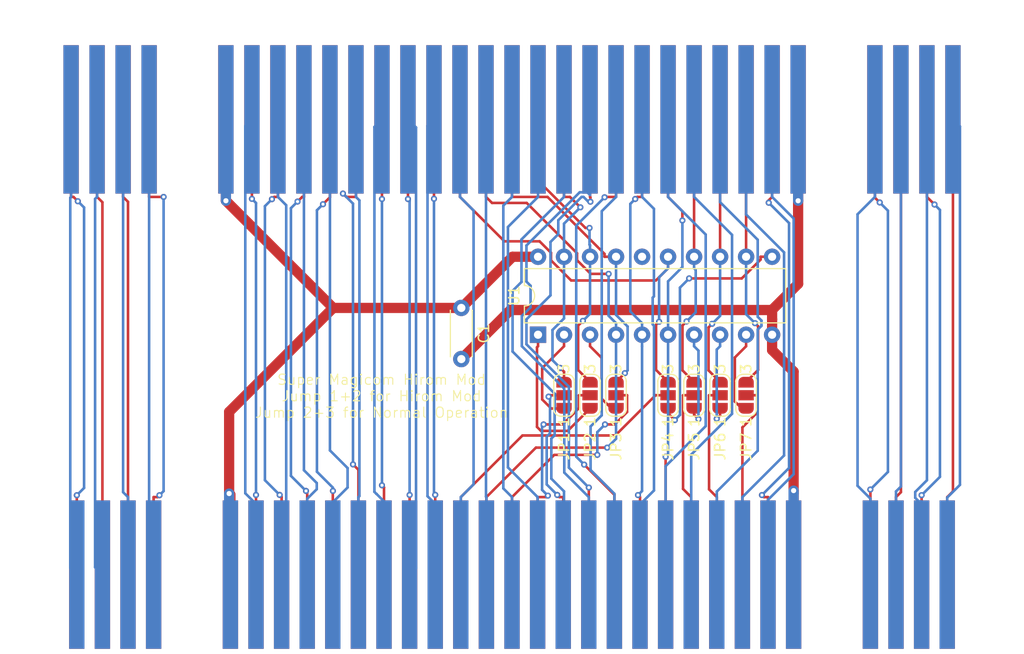
<source format=kicad_pcb>
(kicad_pcb (version 20240108) (generator "pcbnew") (generator_version "8.0")
  (layers (0 "F.Cu" signal) (31 "B.Cu" signal) (34 "B.Paste" user) (35 "F.Paste" user) (36 "B.SilkS" user "B.Silkscreen") (37 "F.SilkS" user "F.Silkscreen") (38 "B.Mask" user) (39 "F.Mask" user) (44 "Edge.Cuts" user))
  (net 0 "")
  (net 1 "/VCC")
  (net 2 "/SNES.BA6.GAL")
  (net 3 "/SNES.A13.GAL")
  (net 4 "/SNES.~{Cart}.GAL")
  (net 5 "/SNES.BA0")
  (net 6 "/SNES.A15.GAL")
  (net 7 "/SNES.A13.Sys")
  (net 8 "/SNES.BA4.GAL")
  (net 9 "/SNES.~{Cart}.Sys")
  (net 10 "/SNES.BA6")
  (net 11 "/SNES.A15")
  (net 12 "/SNES.BA5.GAL")
  (net 13 "/SNES.A14.GAL")
  (net 14 "/SNES.BA4")
  (net 15 "/SNES.BA7")
  (net 17 "/SNES.BA1")
  (net 18 "/GND")
  (net 19 "/SNES.A14.Sys")
  (net 20 "/SNES.BA5")
  (net 21 "/SNES.BA6.Mod")
  (net 22 "/SNES.BA5.Mod")
  (net 23 "/SNES.BA4.Mod")
  (net 24 "/SNES.A14.Mod")
  (net 25 "/SNES.A13.Mod")
  (net 26 "/SNES.~{Cart}.Mod")
  (net 27 "/SNES.A15.Mod")
  (net 28 "/SNES.~{WRAM}")
  (net 29 "/SNES.CIC.P6")
  (net 30 "/SNES.A6")
  (net 31 "/SNES.A4")
  (net 32 "/SNES.PA3")
  (net 33 "/SNES.Expand")
  (net 34 "/SNES.A7")
  (net 35 "/SNES.~{Read}")
  (net 36 "/SNES.D5")
  (net 37 "/SNES.PA0")
  (net 38 "/SNES.A0")
  (net 39 "/SNES.PA5")
  (net 40 "/SNES.A10")
  (net 41 "/SNES.A11")
  (net 42 "/SNES.Refresh")
  (net 43 "/SNES.~{RESET}")
  (net 44 "/SNES.D0")
  (net 45 "/SNES.BA2")
  (net 46 "/SNES.D1")
  (net 47 "/SNES.R_Audio")
  (net 48 "/SNES.L_Audio")
  (net 49 "/SNES.PA1")
  (net 50 "/SNES.A2")
  (net 51 "/SNES.D6")
  (net 52 "/SNES.~{Write}")
  (net 53 "/SNES.PA4")
  (net 54 "/SNES.PA2")
  (net 55 "/SNES.A1")
  (net 56 "/SNES.CIC.P1")
  (net 57 "/SNES.A12")
  (net 58 "/SNES.A5")
  (net 59 "/SNES.BA3")
  (net 60 "/SNES.~{PAWR}")
  (net 61 "/SNES.Clk")
  (net 62 "/SNES.CIC.P2")
  (net 63 "/SNES.~{PARD}")
  (net 64 "/SNES.CIC.P7")
  (net 65 "/SNES.CPU.Clk")
  (net 66 "/SNES.PA6")
  (net 67 "/SNES.~{IRQ}")
  (net 68 "/SNES.D2")
  (net 69 "/SNES.D7")
  (net 70 "/SNES.A3")
  (net 71 "/SNES.PA7")
  (net 72 "/SNES.A8")
  (net 73 "/SNES.D3")
  (net 74 "/SNES.D4")
  (net 75 "/SNES.A9")
  (footprint "Jumper:SolderJumper-3_P1.3mm_Open_RoundedPad1.0x1.5mm_NumberLabels" (layer "F.Cu") (at 163.8 105.23 90)
    (property "Reference" "JP5")
    (property "Value" "A15")
  )
  (footprint "Jumper:SolderJumper-3_P1.3mm_Open_RoundedPad1.0x1.5mm_NumberLabels" (layer "F.Cu") (at 151.1 105.23 90)
    (property "Reference" "JP1")
    (property "Value" "BA4")
  )
  (footprint "Jumper:SolderJumper-3_P1.3mm_Open_RoundedPad1.0x1.5mm_NumberLabels" (layer "F.Cu") (at 161.26 105.23 90)
    (property "Reference" "JP4")
    (property "Value" "CART")
  )
  (footprint "!SysCon:Bottom Connector" (layer "F.Cu") (at 146.02 122.76)
    (property "Reference" "J2" (hide yes))
    (property "Value" "~")
  )
  (footprint "!SysCon:Top Connector" (layer "F.Cu") (at 146.02 78.27)
    (property "Reference" "J1" (hide yes))
    (property "Value" "~")
  )
  (footprint "Package_DIP:DIP-20_W7.62mm" (layer "F.Cu") (at 148.56 99.315 90)
    (property "Reference" "U1")
    (property "Value" "GAL16V8")
  )
  (footprint "Jumper:SolderJumper-3_P1.3mm_Open_RoundedPad1.0x1.5mm_NumberLabels" (layer "F.Cu") (at 168.88 105.23 90)
    (property "Reference" "JP7")
    (property "Value" "A13")
  )
  (footprint "Jumper:SolderJumper-3_P1.3mm_Open_RoundedPad1.0x1.5mm_NumberLabels" (layer "F.Cu") (at 153.64 105.23 90)
    (property "Reference" "JP2")
    (property "Value" "BA5")
  )
  (footprint "Capacitor_THT:C_Disc_D4.3mm_W1.9mm_P5.00mm" (layer "F.Cu") (at 141.07 96.695 -90)
    (property "Reference" "C1")
    (property "Value" "100 nF")
  )
  (footprint "Jumper:SolderJumper-3_P1.3mm_Open_RoundedPad1.0x1.5mm_NumberLabels" (layer "F.Cu") (at 166.34 105.23 90)
    (property "Reference" "JP6")
    (property "Value" "A14")
  )
  (footprint "Jumper:SolderJumper-3_P1.3mm_Open_RoundedPad1.0x1.5mm_NumberLabels" (layer "F.Cu") (at 156.18 105.23 90)
    (property "Reference" "JP3")
    (property "Value" "BA6")
  )
  (gr_line (start 101.02 130.52) (end 113.47 130.52) (stroke (width 0.002)) (layer "Edge.Cuts"))
  (gr_line (start 101.02 130.52) (end 101.02 75.52) (stroke (width 0.002)) (layer "Edge.Cuts"))
  (gr_line (start 116.12 130.52) (end 116.12 115.52) (stroke (width 0.002)) (layer "Edge.Cuts"))
  (gr_line (start 113.47 130.52) (end 113.47 115.52) (stroke (width 0.002)) (layer "Edge.Cuts"))
  (gr_line (start 96.02 70.52) (end 196.02 70.52) (stroke (width 0.002)) (layer "Edge.Cuts"))
  (gr_line (start 96.02 75.52) (end 96.02 70.52) (stroke (width 0.002)) (layer "Edge.Cuts"))
  (gr_line (start 116.12 130.52) (end 175.92 130.52) (stroke (width 0.002)) (layer "Edge.Cuts"))
  (gr_line (start 113.47 115.52) (end 116.12 115.52) (stroke (width 0.002)) (layer "Edge.Cuts"))
  (gr_line (start 196.02 75.52) (end 191.02 75.52) (stroke (width 0.002)) (layer "Edge.Cuts"))
  (gr_line (start 178.57 130.52) (end 178.57 115.52) (stroke (width 0.002)) (layer "Edge.Cuts"))
  (gr_line (start 175.92 115.52) (end 178.57 115.52) (stroke (width 0.002)) (layer "Edge.Cuts"))
  (gr_line (start 191.02 130.52) (end 191.02 75.52) (stroke (width 0.002)) (layer "Edge.Cuts"))
  (gr_line (start 96.02 75.52) (end 101.02 75.52) (stroke (width 0.002)) (layer "Edge.Cuts"))
  (gr_line (start 196.02 75.52) (end 196.02 70.52) (stroke (width 0.002)) (layer "Edge.Cuts"))
  (gr_line (start 178.57 130.52) (end 191.02 130.52) (stroke (width 0.002)) (layer "Edge.Cuts"))
  (gr_line (start 175.92 130.52) (end 175.92 115.52) (stroke (width 0.002)) (layer "Edge.Cuts"))
  (gr_text "Super Magicom Hirom Mod\nJump 1+2 for Hirom Mod\nJump 2+3 for Normal Operation" (at 133.28 107.51 0) (layer "F.SilkS") (effects (font (size 1 1) (thickness 0.1)) (justify bottom)))
  (segment (start 128.5533 96.695) (end 141.07 96.695) (width 1) (layer "F.Cu") (net 1))
  (segment (start 148.56 91.695) (end 146.07 91.695) (width 1) (layer "F.Cu") (net 1))
  (segment (start 146.07 91.695) (end 141.07 96.695) (width 1) (layer "F.Cu") (net 1))
  (segment (start 118.08 78.27) (end 118.08 86.2217) (width 1) (layer "F.Cu") (net 1))
  (segment (start 118.52 114.9616) (end 118.3958 114.8374) (width 1) (layer "F.Cu") (net 1))
  (segment (start 118.3958 106.8525) (end 128.5533 96.695) (width 1) (layer "F.Cu") (net 1))
  (segment (start 118.52 122.76) (end 118.52 114.9616) (width 1) (layer "F.Cu") (net 1))
  (segment (start 118.08 86.2217) (end 128.5533 96.695) (width 1) (layer "F.Cu") (net 1))
  (segment (start 118.3958 114.8374) (end 118.3958 106.8525) (width 1) (layer "F.Cu") (net 1))
  (via (at 118.08 86.2217) (size 0.8) (drill 0.5) (layers "F.Cu" "B.Cu") (net 1))
  (via (at 118.3958 114.8374) (size 0.8) (drill 0.5) (layers "F.Cu" "B.Cu") (net 1))
  (segment (start 118.08 78.27) (end 118.08 86.2217) (width 1) (layer "B.Cu") (net 1))
  (segment (start 118.3958 122.6358) (end 118.3958 114.8374) (width 1) (layer "B.Cu") (net 1))
  (segment (start 118.52 122.76) (end 118.3958 122.6358) (width 1) (layer "B.Cu") (net 1))
  (segment (start 154.7667 101.5684) (end 153.64 100.4417) (width 0.25) (layer "F.Cu") (net 2))
  (segment (start 155.7409 106.53) (end 154.7667 105.5558) (width 0.25) (layer "F.Cu") (net 2))
  (segment (start 156.18 106.53) (end 155.7409 106.53) (width 0.25) (layer "F.Cu") (net 2))
  (segment (start 154.7667 105.5558) (end 154.7667 101.5684) (width 0.25) (layer "F.Cu") (net 2))
  (segment (start 153.64 99.315) (end 153.64 100.4417) (width 0.25) (layer "F.Cu") (net 2))
  (segment (start 167.7829 101.5388) (end 167.7829 105.8467) (width 0.25) (layer "F.Cu") (net 3))
  (segment (start 168.88 100.4417) (end 167.7829 101.5388) (width 0.25) (layer "F.Cu") (net 3))
  (segment (start 168.88 99.315) (end 168.88 100.4417) (width 0.25) (layer "F.Cu") (net 3))
  (segment (start 167.7829 105.8467) (end 168.4662 106.53) (width 0.25) (layer "F.Cu") (net 3))
  (segment (start 168.4662 106.53) (end 168.88 106.53) (width 0.25) (layer "F.Cu") (net 3))
  (segment (start 171.42 91.695) (end 170.2933 91.695) (width 0.25) (layer "F.Cu") (net 4))
  (segment (start 170.2933 91.9767) (end 168.4582 93.8118) (width 0.25) (layer "F.Cu") (net 4))
  (segment (start 170.2933 91.695) (end 170.2933 91.9767) (width 0.25) (layer "F.Cu") (net 4))
  (segment (start 161.26 106.9957) (end 161.9193 107.655) (width 0.25) (layer "F.Cu") (net 4))
  (segment (start 168.4582 93.8118) (end 163.3211 93.8118) (width 0.25) (layer "F.Cu") (net 4))
  (segment (start 161.26 106.53) (end 161.26 106.9957) (width 0.25) (layer "F.Cu") (net 4))
  (via (at 163.3211 93.8118) (size 0.6) (drill 0.3) (layers "F.Cu" "B.Cu") (net 4))
  (via (at 161.9193 107.655) (size 0.6) (drill 0.3) (layers "F.Cu" "B.Cu") (net 4))
  (segment (start 162.4199 94.713) (end 162.4199 107.1544) (width 0.25) (layer "B.Cu") (net 4))
  (segment (start 163.3211 93.8118) (end 162.4199 94.713) (width 0.25) (layer "B.Cu") (net 4))
  (segment (start 162.4199 107.1544) (end 161.9193 107.655) (width 0.25) (layer "B.Cu") (net 4))
  (segment (start 162.6586 87.2453) (end 162.6586 88.1477) (width 0.25) (layer "F.Cu") (net 5))
  (segment (start 161.26 85.8467) (end 162.6586 87.2453) (width 0.25) (layer "F.Cu") (net 5))
  (segment (start 161.26 78.27) (end 161.26 85.8467) (width 0.25) (layer "F.Cu") (net 5))
  (segment (start 161.02 122.76) (end 161.02 111.2434) (width 0.25) (layer "F.Cu") (net 5))
  (via (at 161.02 111.2434) (size 0.6) (drill 0.3) (layers "F.Cu" "B.Cu") (net 5))
  (via (at 162.6586 88.1477) (size 0.6) (drill 0.3) (layers "F.Cu" "B.Cu") (net 5))
  (segment (start 161.26 111.0034) (end 161.02 111.2434) (width 0.25) (layer "B.Cu") (net 5))
  (segment (start 161.26 99.315) (end 161.26 94.0997) (width 0.25) (layer "B.Cu") (net 5))
  (segment (start 162.6586 92.7011) (end 162.6586 88.1477) (width 0.25) (layer "B.Cu") (net 5))
  (segment (start 161.26 99.315) (end 161.26 111.0034) (width 0.25) (layer "B.Cu") (net 5))
  (segment (start 161.26 94.0997) (end 162.6586 92.7011) (width 0.25) (layer "B.Cu") (net 5))
  (segment (start 163.8 107.1277) (end 164.2283 107.556) (width 0.25) (layer "F.Cu") (net 6))
  (segment (start 163.8 106.53) (end 163.8 107.1277) (width 0.25) (layer "F.Cu") (net 6))
  (via (at 164.2283 107.556) (size 0.6) (drill 0.3) (layers "F.Cu" "B.Cu") (net 6))
  (segment (start 163.8 99.315) (end 163.8 100.4417) (width 0.25) (layer "B.Cu") (net 6))
  (segment (start 164.2283 100.87) (end 164.2283 107.556) (width 0.25) (layer "B.Cu") (net 6))
  (segment (start 163.8 100.4417) (end 164.2283 100.87) (width 0.25) (layer "B.Cu") (net 6))
  (segment (start 168.88 78.27) (end 168.88 91.695) (width 0.25) (layer "F.Cu") (net 7))
  (segment (start 170.0509 102.7591) (end 168.88 103.93) (width 0.25) (layer "F.Cu") (net 7))
  (segment (start 170.0509 98.4862) (end 170.0509 102.7591) (width 0.25) (layer "F.Cu") (net 7))
  (segment (start 169.7537 98.189) (end 170.0509 98.4862) (width 0.25) (layer "F.Cu") (net 7))
  (via (at 169.7537 98.189) (size 0.6) (drill 0.3) (layers "F.Cu" "B.Cu") (net 7))
  (segment (start 168.88 91.695) (end 168.88 97.3153) (width 0.25) (layer "B.Cu") (net 7))
  (segment (start 168.88 97.3153) (end 169.7537 98.189) (width 0.25) (layer "B.Cu") (net 7))
  (segment (start 151.1 100.4417) (end 148.9664 102.5753) (width 0.25) (layer "F.Cu") (net 8))
  (segment (start 149.8559 106.53) (end 151.1 106.53) (width 0.25) (layer "F.Cu") (net 8))
  (segment (start 148.9664 102.5753) (end 148.9664 105.6405) (width 0.25) (layer "F.Cu") (net 8))
  (segment (start 151.1 99.315) (end 151.1 100.4417) (width 0.25) (layer "F.Cu") (net 8))
  (segment (start 148.9664 105.6405) (end 149.8559 106.53) (width 0.25) (layer "F.Cu") (net 8))
  (segment (start 161.26 92.8217) (end 160.0683 94.0134) (width 0.25) (layer "F.Cu") (net 9))
  (segment (start 140.94 78.27) (end 140.94 85.8467) (width 0.25) (layer "F.Cu") (net 9))
  (segment (start 161.26 91.695) (end 161.26 92.8217) (width 0.25) (layer "F.Cu") (net 9))
  (segment (start 160.0683 94.0134) (end 151.7951 94.0134) (width 0.25) (layer "F.Cu") (net 9))
  (segment (start 148.7113 90.1853) (end 145.2786 90.1853) (width 0.25) (layer "F.Cu") (net 9))
  (segment (start 161.26 103.93) (end 160.0884 102.7584) (width 0.25) (layer "F.Cu") (net 9))
  (segment (start 160.0884 102.7584) (end 160.0884 98.3388) (width 0.25) (layer "F.Cu") (net 9))
  (segment (start 151.7951 94.0134) (end 149.83 92.0483) (width 0.25) (layer "F.Cu") (net 9))
  (segment (start 160.0884 98.3388) (end 160.3841 98.0431) (width 0.25) (layer "F.Cu") (net 9))
  (segment (start 149.83 91.304) (end 148.7113 90.1853) (width 0.25) (layer "F.Cu") (net 9))
  (segment (start 145.2786 90.1853) (end 140.94 85.8467) (width 0.25) (layer "F.Cu") (net 9))
  (segment (start 149.83 92.0483) (end 149.83 91.304) (width 0.25) (layer "F.Cu") (net 9))
  (via (at 160.3841 98.0431) (size 0.6) (drill 0.3) (layers "F.Cu" "B.Cu") (net 9))
  (segment (start 161.26 92.8217) (end 160.3841 93.6976) (width 0.25) (layer "B.Cu") (net 9))
  (segment (start 161.26 91.695) (end 161.26 92.8217) (width 0.25) (layer "B.Cu") (net 9))
  (segment (start 160.3841 93.6976) (end 160.3841 98.0431) (width 0.25) (layer "B.Cu") (net 9))
  (segment (start 156.18 91.695) (end 155.0533 91.695) (width 0.25) (layer "F.Cu") (net 10))
  (segment (start 155.0533 91.4133) (end 155.0533 91.695) (width 0.25) (layer "F.Cu") (net 10))
  (segment (start 149.4867 85.8467) (end 155.0533 91.4133) (width 0.25) (layer "F.Cu") (net 10))
  (segment (start 146.02 85.8467) (end 149.4867 85.8467) (width 0.25) (layer "F.Cu") (net 10))
  (segment (start 157.0378 103.0722) (end 156.18 103.93) (width 0.25) (layer "F.Cu") (net 10))
  (segment (start 146.02 78.27) (end 146.02 85.8467) (width 0.25) (layer "F.Cu") (net 10))
  (via (at 157.0378 103.0722) (size 0.6) (drill 0.3) (layers "F.Cu" "B.Cu") (net 10))
  (segment (start 157.3087 102.8013) (end 157.0378 103.0722) (width 0.25) (layer "B.Cu") (net 10))
  (segment (start 156.18 97.3797) (end 157.3087 98.5084) (width 0.25) (layer "B.Cu") (net 10))
  (segment (start 156.18 91.695) (end 156.18 92.8217) (width 0.25) (layer "B.Cu") (net 10))
  (segment (start 156.18 92.8217) (end 156.18 97.3797) (width 0.25) (layer "B.Cu") (net 10))
  (segment (start 157.3087 98.5084) (end 157.3087 102.8013) (width 0.25) (layer "B.Cu") (net 10))
  (segment (start 162.6693 98.4117) (end 162.6693 102.7993) (width 0.25) (layer "F.Cu") (net 11))
  (segment (start 163.0655 98.0155) (end 162.6693 98.4117) (width 0.25) (layer "F.Cu") (net 11))
  (segment (start 163.8 78.27) (end 163.8 91.695) (width 0.25) (layer "F.Cu") (net 11))
  (segment (start 162.6693 102.7993) (end 163.8 103.93) (width 0.25) (layer "F.Cu") (net 11))
  (via (at 163.0655 98.0155) (size 0.6) (drill 0.3) (layers "F.Cu" "B.Cu") (net 11))
  (segment (start 163.9603 97.1207) (end 163.0655 98.0155) (width 0.25) (layer "B.Cu") (net 11))
  (segment (start 163.8 92.8217) (end 163.9603 92.982) (width 0.25) (layer "B.Cu") (net 11))
  (segment (start 163.8 91.695) (end 163.8 92.8217) (width 0.25) (layer "B.Cu") (net 11))
  (segment (start 163.9603 92.982) (end 163.9603 97.1207) (width 0.25) (layer "B.Cu") (net 11))
  (segment (start 148.4598 108.3239) (end 148.4598 100.5419) (width 0.25) (layer "F.Cu") (net 12))
  (segment (start 153.64 106.53) (end 151.461 108.709) (width 0.25) (layer "F.Cu") (net 12))
  (segment (start 148.4598 100.5419) (end 148.56 100.4417) (width 0.25) (layer "F.Cu") (net 12))
  (segment (start 148.56 99.315) (end 148.56 100.4417) (width 0.25) (layer "F.Cu") (net 12))
  (segment (start 151.461 108.709) (end 148.8449 108.709) (width 0.25) (layer "F.Cu") (net 12))
  (segment (start 148.8449 108.709) (end 148.4598 108.3239) (width 0.25) (layer "F.Cu") (net 12))
  (segment (start 166.34 106.53) (end 166.34 107.2068) (width 0.25) (layer "F.Cu") (net 13))
  (segment (start 166.34 107.2068) (end 166.0122 107.5346) (width 0.25) (layer "F.Cu") (net 13))
  (via (at 166.0122 107.5346) (size 0.6) (drill 0.3) (layers "F.Cu" "B.Cu") (net 13))
  (segment (start 166.34 99.315) (end 166.34 100.4417) (width 0.25) (layer "B.Cu") (net 13))
  (segment (start 166.0122 100.7695) (end 166.0122 107.5346) (width 0.25) (layer "B.Cu") (net 13))
  (segment (start 166.34 100.4417) (end 166.0122 100.7695) (width 0.25) (layer "B.Cu") (net 13))
  (segment (start 151.1 85.8467) (end 151.6776 85.8467) (width 0.25) (layer "F.Cu") (net 14))
  (segment (start 151.1 78.27) (end 151.1 85.8467) (width 0.25) (layer "F.Cu") (net 14))
  (segment (start 150.7358 102.5635) (end 151.1 102.9277) (width 0.25) (layer "F.Cu") (net 14))
  (segment (start 151.1 102.9277) (end 151.1 103.93) (width 0.25) (layer "F.Cu") (net 14))
  (segment (start 151.6776 85.8467) (end 152.6946 86.8637) (width 0.25) (layer "F.Cu") (net 14))
  (via (at 150.7358 102.5635) (size 0.6) (drill 0.3) (layers "F.Cu" "B.Cu") (net 14))
  (via (at 152.6946 86.8637) (size 0.6) (drill 0.3) (layers "F.Cu" "B.Cu") (net 14))
  (segment (start 151.1 97.7215) (end 149.9733 98.8482) (width 0.25) (layer "B.Cu") (net 14))
  (segment (start 151.1 91.695) (end 151.1 88.4583) (width 0.25) (layer "B.Cu") (net 14))
  (segment (start 149.9733 101.801) (end 150.7358 102.5635) (width 0.25) (layer "B.Cu") (net 14))
  (segment (start 151.1 91.695) (end 151.1 97.7215) (width 0.25) (layer "B.Cu") (net 14))
  (segment (start 149.9733 98.8482) (end 149.9733 101.801) (width 0.25) (layer "B.Cu") (net 14))
  (segment (start 151.1 88.4583) (end 152.6946 86.8637) (width 0.25) (layer "B.Cu") (net 14))
  (segment (start 143.48 78.27) (end 143.48 85.8467) (width 0.25) (layer "F.Cu") (net 15))
  (segment (start 153.703 93.3665) (end 155.4523 93.3665) (width 0.25) (layer "F.Cu") (net 15))
  (segment (start 143.52 115.1833) (end 148.3551 110.3482) (width 0.25) (layer "F.Cu") (net 15))
  (segment (start 143.48 85.8467) (end 144.0677 86.4344) (width 0.25) (layer "F.Cu") (net 15))
  (segment (start 143.52 122.76) (end 143.52 115.1833) (width 0.25) (layer "F.Cu") (net 15))
  (segment (start 147.4538 86.4344) (end 152.37 91.3506) (width 0.25) (layer "F.Cu") (net 15))
  (segment (start 152.37 91.3506) (end 152.37 92.0335) (width 0.25) (layer "F.Cu") (net 15))
  (segment (start 144.0677 86.4344) (end 147.4538 86.4344) (width 0.25) (layer "F.Cu") (net 15))
  (segment (start 148.3551 110.3482) (end 155.3161 110.3482) (width 0.25) (layer "F.Cu") (net 15))
  (segment (start 152.37 92.0335) (end 153.703 93.3665) (width 0.25) (layer "F.Cu") (net 15))
  (via (at 155.3161 110.3482) (size 0.6) (drill 0.3) (layers "F.Cu" "B.Cu") (net 15))
  (via (at 155.4523 93.3665) (size 0.6) (drill 0.3) (layers "F.Cu" "B.Cu") (net 15))
  (segment (start 156.18 99.315) (end 156.18 109.4843) (width 0.25) (layer "B.Cu") (net 15))
  (segment (start 156.18 109.4843) (end 155.3161 110.3482) (width 0.25) (layer "B.Cu") (net 15))
  (segment (start 156.18 99.315) (end 156.18 98.1883) (width 0.25) (layer "B.Cu") (net 15))
  (segment (start 156.18 98.1883) (end 155.4523 97.4606) (width 0.25) (layer "B.Cu") (net 15))
  (segment (start 155.4523 97.4606) (end 155.4523 93.3665) (width 0.25) (layer "B.Cu") (net 15))
  (segment (start 158.2548 85.8467) (end 158.72 85.8467) (width 0.25) (layer "F.Cu") (net 17))
  (segment (start 158.72 78.27) (end 158.72 85.8467) (width 0.25) (layer "F.Cu") (net 17))
  (segment (start 158.52 122.76) (end 158.52 115.1833) (width 0.25) (layer "F.Cu") (net 17))
  (segment (start 158.52 115.1833) (end 158.3236 114.9869) (width 0.25) (layer "F.Cu") (net 17))
  (segment (start 158.0529 86.0486) (end 158.2548 85.8467) (width 0.25) (layer "F.Cu") (net 17))
  (via (at 158.3236 114.9869) (size 0.6) (drill 0.3) (layers "F.Cu" "B.Cu") (net 17))
  (via (at 158.0529 86.0486) (size 0.6) (drill 0.3) (layers "F.Cu" "B.Cu") (net 17))
  (segment (start 158.72 99.315) (end 158.72 98.1883) (width 0.25) (layer "B.Cu") (net 17))
  (segment (start 157.5734 97.0417) (end 157.5734 86.5281) (width 0.25) (layer "B.Cu") (net 17))
  (segment (start 157.5734 86.5281) (end 158.0529 86.0486) (width 0.25) (layer "B.Cu") (net 17))
  (segment (start 158.72 114.5905) (end 158.72 100.4417) (width 0.25) (layer "B.Cu") (net 17))
  (segment (start 158.3236 114.9869) (end 158.72 114.5905) (width 0.25) (layer "B.Cu") (net 17))
  (segment (start 158.72 99.8783) (end 158.72 99.315) (width 0.25) (layer "B.Cu") (net 17))
  (segment (start 158.72 98.1883) (end 157.5734 97.0417) (width 0.25) (layer "B.Cu") (net 17))
  (segment (start 158.72 99.8783) (end 158.72 100.4417) (width 0.25) (layer "B.Cu") (net 17))
  (segment (start 173.52 122.76) (end 173.52 114.5495) (width 1) (layer "F.Cu") (net 18))
  (segment (start 173.52 114.5495) (end 173.52 102.9167) (width 1) (layer "F.Cu") (net 18))
  (segment (start 171.42 99.315) (end 171.42 100.8167) (width 1) (layer "F.Cu") (net 18))
  (segment (start 173.96 82.2458) (end 173.96 86.2217) (width 1) (layer "F.Cu") (net 18))
  (segment (start 141.07 101.695) (end 145.8661 96.8989) (width 1) (layer "F.Cu") (net 18))
  (segment (start 173.96 78.27) (end 173.96 82.2458) (width 1) (layer "F.Cu") (net 18))
  (segment (start 171.42 99.315) (end 171.42 97.8133) (width 1) (layer "F.Cu") (net 18))
  (segment (start 171.42 96.9151) (end 171.42 97.8133) (width 1) (layer "F.Cu") (net 18))
  (segment (start 173.96 86.2217) (end 173.96 94.3427) (width 1) (layer "F.Cu") (net 18))
  (segment (start 145.8661 96.8989) (end 171.4038 96.8989) (width 1) (layer "F.Cu") (net 18))
  (segment (start 171.4038 96.8989) (end 171.42 96.9151) (width 1) (layer "F.Cu") (net 18))
  (segment (start 173.96 94.3427) (end 171.4038 96.8989) (width 1) (layer "F.Cu") (net 18))
  (segment (start 173.52 102.9167) (end 171.42 100.8167) (width 1) (layer "F.Cu") (net 18))
  (via (at 173.52 114.5495) (size 0.8) (drill 0.5) (layers "F.Cu" "B.Cu") (net 18))
  (via (at 173.96 86.2217) (size 0.8) (drill 0.5) (layers "F.Cu" "B.Cu") (net 18))
  (segment (start 173.52 114.8083) (end 173.52 114.5495) (width 1) (layer "B.Cu") (net 18))
  (segment (start 173.52 122.76) (end 173.52 114.8083) (width 1) (layer "B.Cu") (net 18))
  (segment (start 173.96 78.27) (end 173.96 86.2217) (width 1) (layer "B.Cu") (net 18))
  (segment (start 165.2133 98.5989) (end 165.5638 98.2484) (width 0.25) (layer "F.Cu") (net 19))
  (segment (start 165.2133 102.8033) (end 165.2133 98.5989) (width 0.25) (layer "F.Cu") (net 19))
  (segment (start 166.34 103.93) (end 165.2133 102.8033) (width 0.25) (layer "F.Cu") (net 19))
  (segment (start 166.34 78.27) (end 166.34 91.695) (width 0.25) (layer "F.Cu") (net 19))
  (via (at 165.5638 98.2484) (size 0.6) (drill 0.3) (layers "F.Cu" "B.Cu") (net 19))
  (segment (start 166.34 97.4722) (end 165.5638 98.2484) (width 0.25) (layer "B.Cu") (net 19))
  (segment (start 166.34 91.695) (end 166.34 97.4722) (width 0.25) (layer "B.Cu") (net 19))
  (segment (start 153.1892 88.8776) (end 153.5897 88.8776) (width 0.25) (layer "F.Cu") (net 20))
  (segment (start 152.4786 98.4249) (end 152.4786 102.7686) (width 0.25) (layer "F.Cu") (net 20))
  (segment (start 152.9458 97.9577) (end 152.4786 98.4249) (width 0.25) (layer "F.Cu") (net 20))
  (segment (start 148.56 78.27) (end 148.56 84.2484) (width 0.25) (layer "F.Cu") (net 20))
  (segment (start 152.4786 102.7686) (end 153.64 103.93) (width 0.25) (layer "F.Cu") (net 20))
  (segment (start 148.56 84.2484) (end 153.1892 88.8776) (width 0.25) (layer "F.Cu") (net 20))
  (via (at 152.9458 97.9577) (size 0.6) (drill 0.3) (layers "F.Cu" "B.Cu") (net 20))
  (via (at 153.5897 88.8776) (size 0.6) (drill 0.3) (layers "F.Cu" "B.Cu") (net 20))
  (segment (start 153.64 91.695) (end 153.64 90.5683) (width 0.25) (layer "B.Cu") (net 20))
  (segment (start 153.5897 88.8776) (end 153.5897 90.518) (width 0.25) (layer "B.Cu") (net 20))
  (segment (start 153.64 97.2635) (end 152.9458 97.9577) (width 0.25) (layer "B.Cu") (net 20))
  (segment (start 153.5897 90.518) (end 153.64 90.5683) (width 0.25) (layer "B.Cu") (net 20))
  (segment (start 153.64 91.695) (end 153.64 97.2635) (width 0.25) (layer "B.Cu") (net 20))
  (segment (start 150.1481 111.0552) (end 154.3479 111.0552) (width 0.25) (layer "F.Cu") (net 21))
  (segment (start 157.2567 106.8722) (end 156.0467 108.0822) (width 0.25) (layer "F.Cu") (net 21))
  (segment (start 156.18 105.23) (end 157.2567 105.23) (width 0.25) (layer "F.Cu") (net 21))
  (segment (start 156.0467 108.0822) (end 155.1017 108.0822) (width 0.25) (layer "F.Cu") (net 21))
  (segment (start 146.02 115.1833) (end 150.1481 111.0552) (width 0.25) (layer "F.Cu") (net 21))
  (segment (start 146.02 122.76) (end 146.02 115.1833) (width 0.25) (layer "F.Cu") (net 21))
  (segment (start 157.2567 105.23) (end 157.2567 106.8722) (width 0.25) (layer "F.Cu") (net 21))
  (via (at 155.1017 108.0822) (size 0.6) (drill 0.3) (layers "F.Cu" "B.Cu") (net 21))
  (via (at 154.3479 111.0552) (size 0.6) (drill 0.3) (layers "F.Cu" "B.Cu") (net 21))
  (segment (start 154.3479 111.0552) (end 154.3479 108.836) (width 0.25) (layer "B.Cu") (net 21))
  (segment (start 154.3479 108.836) (end 155.1017 108.0822) (width 0.25) (layer "B.Cu") (net 21))
  (segment (start 150.971 108.0822) (end 149.1043 108.0822) (width 0.25) (layer "F.Cu") (net 22))
  (segment (start 148.52 122.76) (end 148.52 115.1833) (width 0.25) (layer "F.Cu") (net 22))
  (segment (start 152.5633 106.4899) (end 150.971 108.0822) (width 0.25) (layer "F.Cu") (net 22))
  (segment (start 153.64 105.23) (end 152.5633 105.23) (width 0.25) (layer "F.Cu") (net 22))
  (segment (start 148.52 115.1833) (end 149.3757 115.1833) (width 0.25) (layer "F.Cu") (net 22))
  (segment (start 152.5633 105.23) (end 152.5633 106.4899) (width 0.25) (layer "F.Cu") (net 22))
  (segment (start 149.3757 115.1833) (end 149.5187 115.0403) (width 0.25) (layer "F.Cu") (net 22))
  (via (at 149.5187 115.0403) (size 0.6) (drill 0.3) (layers "F.Cu" "B.Cu") (net 22))
  (via (at 149.1043 108.0822) (size 0.6) (drill 0.3) (layers "F.Cu" "B.Cu") (net 22))
  (segment (start 149.1043 108.0822) (end 148.9569 108.2296) (width 0.25) (layer "B.Cu") (net 22))
  (segment (start 148.9569 108.2296) (end 148.9569 114.4785) (width 0.25) (layer "B.Cu") (net 22))
  (segment (start 148.9569 114.4785) (end 149.5187 115.0403) (width 0.25) (layer "B.Cu") (net 22))
  (segment (start 150.6482 115.1833) (end 150.4392 114.9743) (width 0.25) (layer "F.Cu") (net 23))
  (segment (start 151.1 105.23) (end 150.0233 105.23) (width 0.25) (layer "F.Cu") (net 23))
  (segment (start 151.02 122.76) (end 151.02 115.1833) (width 0.25) (layer "F.Cu") (net 23))
  (segment (start 151.02 115.1833) (end 150.6482 115.1833) (width 0.25) (layer "F.Cu") (net 23))
  (segment (start 149.7269 105.23) (end 149.5932 105.3637) (width 0.25) (layer "F.Cu") (net 23))
  (segment (start 150.0233 105.23) (end 149.7269 105.23) (width 0.25) (layer "F.Cu") (net 23))
  (via (at 149.5932 105.3637) (size 0.6) (drill 0.3) (layers "F.Cu" "B.Cu") (net 23))
  (via (at 150.4392 114.9743) (size 0.6) (drill 0.3) (layers "F.Cu" "B.Cu") (net 23))
  (segment (start 149.4086 113.9437) (end 149.4086 109.2749) (width 0.25) (layer "B.Cu") (net 23))
  (segment (start 150.4392 114.9743) (end 149.4086 113.9437) (width 0.25) (layer "B.Cu") (net 23))
  (segment (start 149.4086 109.2749) (end 149.7311 108.9524) (width 0.25) (layer "B.Cu") (net 23))
  (segment (start 149.7311 108.9524) (end 149.7311 105.5016) (width 0.25) (layer "B.Cu") (net 23))
  (segment (start 149.7311 105.5016) (end 149.5932 105.3637) (width 0.25) (layer "B.Cu") (net 23))
  (segment (start 166.02 122.76) (end 166.02 115.1833) (width 0.25) (layer "F.Cu") (net 24))
  (segment (start 166.02 115.1833) (end 165.2633 114.4266) (width 0.25) (layer "F.Cu") (net 24))
  (segment (start 166.34 105.23) (end 165.2633 105.23) (width 0.25) (layer "F.Cu") (net 24))
  (segment (start 165.2633 114.4266) (end 165.2633 105.23) (width 0.25) (layer "F.Cu") (net 24))
  (segment (start 168.52 108.3657) (end 169.9567 106.929) (width 0.25) (layer "F.Cu") (net 25))
  (segment (start 168.52 122.76) (end 168.52 108.3657) (width 0.25) (layer "F.Cu") (net 25))
  (segment (start 168.88 105.23) (end 169.9567 105.23) (width 0.25) (layer "F.Cu") (net 25))
  (segment (start 169.9567 106.929) (end 169.9567 105.23) (width 0.25) (layer "F.Cu") (net 25))
  (segment (start 161.26 105.23) (end 160.0387 105.23) (width 0.25) (layer "F.Cu") (net 26))
  (segment (start 160.0387 105.23) (end 156.108 109.1607) (width 0.25) (layer "F.Cu") (net 26))
  (segment (start 147.0426 109.1607) (end 141.02 115.1833) (width 0.25) (layer "F.Cu") (net 26))
  (segment (start 141.02 122.76) (end 141.02 115.1833) (width 0.25) (layer "F.Cu") (net 26))
  (segment (start 156.108 109.1607) (end 147.0426 109.1607) (width 0.25) (layer "F.Cu") (net 26))
  (segment (start 162.7233 114.3866) (end 162.7233 105.23) (width 0.25) (layer "F.Cu") (net 27))
  (segment (start 163.52 115.1833) (end 162.7233 114.3866) (width 0.25) (layer "F.Cu") (net 27))
  (segment (start 163.52 122.76) (end 163.52 115.1833) (width 0.25) (layer "F.Cu") (net 27))
  (segment (start 163.8 105.23) (end 162.7233 105.23) (width 0.25) (layer "F.Cu") (net 27))
  (segment (start 189.08 114.6233) (end 188.52 115.1833) (width 0.25) (layer "F.Cu") (net 28))
  (segment (start 189.08 78.27) (end 189.08 114.6233) (width 0.25) (layer "F.Cu") (net 28))
  (segment (start 188.52 122.76) (end 188.52 115.1833) (width 0.25) (layer "F.Cu") (net 28))
  (segment (start 123.52 115.1609) (end 123.33 114.9709) (width 0.25) (layer "F.Cu") (net 29))
  (segment (start 123.52 122.76) (end 123.52 115.1609) (width 0.25) (layer "F.Cu") (net 29))
  (segment (start 122.57513 86.067046) (end 122.795476 85.8467) (width 0.25) (layer "F.Cu") (net 29))
  (segment (start 122.795476 85.8467) (end 123.16 85.8467) (width 0.25) (layer "F.Cu") (net 29))
  (segment (start 123.16 85.8467) (end 123.16 78.27) (width 0.25) (layer "F.Cu") (net 29))
  (via (at 122.57513 86.067046) (size 0.6) (drill 0.3) (layers "F.Cu" "B.Cu") (net 29))
  (via (at 123.33 114.9709) (size 0.6) (drill 0.3) (layers "F.Cu" "B.Cu") (net 29))
  (segment (start 121.89 86.752176) (end 121.89 113.5309) (width 0.25) (layer "B.Cu") (net 29))
  (segment (start 121.89 113.5309) (end 123.33 114.9709) (width 0.25) (layer "B.Cu") (net 29))
  (segment (start 122.57513 86.067046) (end 121.89 86.752176) (width 0.25) (layer "B.Cu") (net 29))
  (segment (start 159.8791 95.5695) (end 159.757 95.6916) (width 0.25) (layer "B.Cu") (net 30))
  (segment (start 158.72 78.27) (end 158.72 85.8467) (width 0.25) (layer "B.Cu") (net 30))
  (segment (start 158.52 115.9) (end 158.52 122.76) (width 0.25) (layer "B.Cu") (net 30))
  (segment (start 159.8791 87.0058) (end 159.8791 95.5695) (width 0.25) (layer "B.Cu") (net 30))
  (segment (start 159.757 95.6916) (end 159.757 98.3026) (width 0.25) (layer "B.Cu") (net 30))
  (segment (start 159.757 98.3026) (end 159.8849 98.4305) (width 0.25) (layer "B.Cu") (net 30))
  (segment (start 159.8849 98.4305) (end 159.8849 114.5351) (width 0.25) (layer "B.Cu") (net 30))
  (segment (start 159.8849 114.5351) (end 158.52 115.9) (width 0.25) (layer "B.Cu") (net 30))
  (segment (start 158.72 85.8467) (end 159.8791 87.0058) (width 0.25) (layer "B.Cu") (net 30))
  (segment (start 151.1233 104.7299) (end 151.1138 104.7204) (width 0.25) (layer "B.Cu") (net 31))
  (segment (start 147.8313 94.5266) (end 147.4305 94.1258) (width 0.25) (layer "B.Cu") (net 31))
  (segment (start 147.8313 96.6363) (end 147.8313 94.5266) (width 0.25) (layer "B.Cu") (net 31))
  (segment (start 153.52 122.76) (end 153.52 115.1833) (width 0.25) (layer "B.Cu") (net 31))
  (segment (start 151.1138 104.5697) (end 146.9787 100.4346) (width 0.25) (layer "B.Cu") (net 31))
  (segment (start 146.9787 100.4346) (end 146.9787 97.4889) (width 0.25) (layer "B.Cu") (net 31))
  (segment (start 147.4305 90.5922) (end 152.6277 85.395) (width 0.25) (layer "B.Cu") (net 31))
  (segment (start 146.9787 97.4889) (end 147.8313 96.6363) (width 0.25) (layer "B.Cu") (net 31))
  (segment (start 152.6277 85.395) (end 153.3754 85.395) (width 0.25) (layer "B.Cu") (net 31))
  (segment (start 147.4305 94.1258) (end 147.4305 90.5922) (width 0.25) (layer "B.Cu") (net 31))
  (segment (start 153.3754 85.395) (end 153.64 85.6596) (width 0.25) (layer "B.Cu") (net 31))
  (segment (start 151.1138 104.7204) (end 151.1138 104.5697) (width 0.25) (layer "B.Cu") (net 31))
  (segment (start 153.64 78.27) (end 153.64 85.6596) (width 0.25) (layer "B.Cu") (net 31))
  (segment (start 151.1233 112.7866) (end 151.1233 104.7299) (width 0.25) (layer "B.Cu") (net 31))
  (segment (start 153.52 115.1833) (end 151.1233 112.7866) (width 0.25) (layer "B.Cu") (net 31))
  (segment (start 108.52 86.3267) (end 108.52 122.76) (width 0.25) (layer "F.Cu") (net 32))
  (segment (start 108.04 78.27) (end 108.04 85.8467) (width 0.25) (layer "F.Cu") (net 32))
  (segment (start 108.04 85.8467) (end 108.52 86.3267) (width 0.25) (layer "F.Cu") (net 32))
  (segment (start 185.395 115.252884) (end 185.761116 115.619) (width 0.25) (layer "B.Cu") (net 33))
  (segment (start 185.395 114.6834) (end 185.395 115.252884) (width 0.25) (layer "B.Cu") (net 33))
  (segment (start 186.54 113.5384) (end 185.395 114.6834) (width 0.25) (layer "B.Cu") (net 33))
  (segment (start 185.761116 115.619) (end 186.02 115.619) (width 0.25) (layer "B.Cu") (net 33))
  (segment (start 186.02 115.619) (end 186.02 122.76) (width 0.25) (layer "B.Cu") (net 33))
  (segment (start 186.54 78.27) (end 186.54 113.5384) (width 0.25) (layer "B.Cu") (net 33))
  (segment (start 161.26 85.8467) (end 164.9352 89.5219) (width 0.25) (layer "B.Cu") (net 34))
  (segment (start 164.9352 108.2455) (end 161.02 112.1607) (width 0.25) (layer "B.Cu") (net 34))
  (segment (start 161.02 112.1607) (end 161.02 122.76) (width 0.25) (layer "B.Cu") (net 34))
  (segment (start 161.26 78.27) (end 161.26 85.8467) (width 0.25) (layer "B.Cu") (net 34))
  (segment (start 164.9352 89.5219) (end 164.9352 108.2455) (width 0.25) (layer "B.Cu") (net 34))
  (segment (start 128.24 78.27) (end 128.24 110.6212) (width 0.25) (layer "B.Cu") (net 35))
  (segment (start 129.9627 114.2473) (end 128.52 115.69) (width 0.25) (layer "B.Cu") (net 35))
  (segment (start 129.9627 112.3439) (end 129.9627 114.2473) (width 0.25) (layer "B.Cu") (net 35))
  (segment (start 128.24 110.6212) (end 129.9627 112.3439) (width 0.25) (layer "B.Cu") (net 35))
  (segment (start 128.52 115.69) (end 128.52 122.76) (width 0.25) (layer "B.Cu") (net 35))
  (segment (start 136.02 114.9717) (end 136.02 122.76) (width 0.25) (layer "F.Cu") (net 36))
  (segment (start 135.86 78.27) (end 135.86 86.0532) (width 0.25) (layer "F.Cu") (net 36))
  (via (at 136.02 114.9717) (size 0.6) (drill 0.3) (layers "F.Cu" "B.Cu") (net 36))
  (via (at 135.86 86.0532) (size 0.6) (drill 0.3) (layers "F.Cu" "B.Cu") (net 36))
  (segment (start 136.02 114.9717) (end 136.02 86.2132) (width 0.25) (layer "B.Cu") (net 36))
  (segment (start 136.02 86.2132) (end 135.86 86.0532) (width 0.25) (layer "B.Cu") (net 36))
  (segment (start 110.58 78.27) (end 110.58 122.32) (width 0.25) (layer "B.Cu") (net 37))
  (segment (start 110.58 122.32) (end 111.02 122.76) (width 0.25) (layer "B.Cu") (net 37))
  (segment (start 143.48 78.27) (end 143.48 115.1433) (width 0.25) (layer "B.Cu") (net 38))
  (segment (start 143.52 122.76) (end 143.52 115.1833) (width 0.25) (layer "B.Cu") (net 38))
  (segment (start 143.48 115.1433) (end 143.52 115.1833) (width 0.25) (layer "B.Cu") (net 38))
  (segment (start 105.5 85.8467) (end 106.02 86.3667) (width 0.25) (layer "F.Cu") (net 39))
  (segment (start 105.5 78.27) (end 105.5 85.8467) (width 0.25) (layer "F.Cu") (net 39))
  (segment (start 106.02 86.3667) (end 106.02 122.76) (width 0.25) (layer "F.Cu") (net 39))
  (segment (start 168.52 122.76) (end 168.52 115.1833) (width 0.25) (layer "B.Cu") (net 40))
  (segment (start 168.88 78.27) (end 168.88 87.5615) (width 0.25) (layer "B.Cu") (net 40))
  (segment (start 172.5883 91.2698) (end 172.5883 111.115) (width 0.25) (layer "B.Cu") (net 40))
  (segment (start 168.88 87.5615) (end 172.5883 91.2698) (width 0.25) (layer "B.Cu") (net 40))
  (segment (start 172.5883 111.115) (end 168.52 115.1833) (width 0.25) (layer "B.Cu") (net 40))
  (segment (start 173.5254 87.9521) (end 171.42 85.8467) (width 0.25) (layer "B.Cu") (net 41))
  (segment (start 171.02 115.4443) (end 173.5254 112.9389) (width 0.25) (layer "B.Cu") (net 41))
  (segment (start 173.5254 112.9389) (end 173.5254 87.9521) (width 0.25) (layer "B.Cu") (net 41))
  (segment (start 171.42 78.27) (end 171.42 85.8467) (width 0.25) (layer "B.Cu") (net 41))
  (segment (start 171.02 122.76) (end 171.02 115.4443) (width 0.25) (layer "B.Cu") (net 41))
  (segment (start 186.02 114.994) (end 186.02 122.76) (width 0.25) (layer "F.Cu") (net 42))
  (segment (start 187.28 86.59) (end 186.54 85.85) (width 0.25) (layer "F.Cu") (net 42))
  (segment (start 186.54 85.85) (end 186.54 78.27) (width 0.25) (layer "F.Cu") (net 42))
  (via (at 186.02 114.994) (size 0.6) (drill 0.3) (layers "F.Cu" "B.Cu") (net 42))
  (via (at 187.28 86.59) (size 0.6) (drill 0.3) (layers "F.Cu" "B.Cu") (net 42))
  (segment (start 187.81 87.12) (end 187.81 113.204) (width 0.25) (layer "B.Cu") (net 42))
  (segment (start 187.28 86.59) (end 187.81 87.12) (width 0.25) (layer "B.Cu") (net 42))
  (segment (start 187.81 113.204) (end 186.02 114.994) (width 0.25) (layer "B.Cu") (net 42))
  (segment (start 121.02 115.858184) (end 121.02 122.76) (width 0.25) (layer "B.Cu") (net 43))
  (segment (start 119.9726 78.9174) (end 119.9726 114.810784) (width 0.25) (layer "B.Cu") (net 43))
  (segment (start 120.62 78.27) (end 119.9726 78.9174) (width 0.25) (layer "B.Cu") (net 43))
  (segment (start 119.9726 114.810784) (end 121.02 115.858184) (width 0.25) (layer "B.Cu") (net 43))
  (segment (start 137.7683 78.9017) (end 137.7683 115.095984) (width 0.25) (layer "B.Cu") (net 44))
  (segment (start 137.7683 115.095984) (end 138.52 115.847684) (width 0.25) (layer "B.Cu") (net 44))
  (segment (start 138.52 115.847684) (end 138.52 122.76) (width 0.25) (layer "B.Cu") (net 44))
  (segment (start 138.4 78.27) (end 137.7683 78.9017) (width 0.25) (layer "B.Cu") (net 44))
  (segment (start 155.0952 85.8467) (end 156.18 85.8467) (width 0.25) (layer "F.Cu") (net 45))
  (segment (start 155.0608 85.8811) (end 155.0952 85.8467) (width 0.25) (layer "F.Cu") (net 45))
  (segment (start 156.02 114.9617) (end 153.0661 112.0078) (width 0.25) (layer "F.Cu") (net 45))
  (segment (start 156.18 78.27) (end 156.18 85.8467) (width 0.25) (layer "F.Cu") (net 45))
  (segment (start 156.02 122.76) (end 156.02 114.9617) (width 0.25) (layer "F.Cu") (net 45))
  (via (at 155.0608 85.8811) (size 0.6) (drill 0.3) (layers "F.Cu" "B.Cu") (net 45))
  (via (at 153.0661 112.0078) (size 0.6) (drill 0.3) (layers "F.Cu" "B.Cu") (net 45))
  (segment (start 152.2907 111.2324) (end 152.2907 88.6512) (width 0.25) (layer "B.Cu") (net 45))
  (segment (start 152.2907 88.6512) (end 155.0608 85.8811) (width 0.25) (layer "B.Cu") (net 45))
  (segment (start 153.0661 112.0078) (end 152.2907 111.2324) (width 0.25) (layer "B.Cu") (net 45))
  (segment (start 136.6475 79.0575) (end 136.6475 122.1325) (width 0.25) (layer "B.Cu") (net 46))
  (segment (start 136.6475 122.1325) (end 136.02 122.76) (width 0.25) (layer "B.Cu") (net 46))
  (segment (start 135.86 78.27) (end 136.6475 79.0575) (width 0.25) (layer "B.Cu") (net 46))
  (segment (start 103.1967 85.8467) (end 102.96 85.8467) (width 0.25) (layer "F.Cu") (net 47))
  (segment (start 102.96 85.8467) (end 102.96 78.27) (width 0.25) (layer "F.Cu") (net 47))
  (segment (start 103.62 86.27) (end 103.1967 85.8467) (width 0.25) (layer "F.Cu") (net 47))
  (segment (start 103.52 115.001) (end 103.52 122.76) (width 0.25) (layer "F.Cu") (net 47))
  (via (at 103.62 86.27) (size 0.6) (drill 0.3) (layers "F.Cu" "B.Cu") (net 47))
  (via (at 103.52 115.001) (size 0.6) (drill 0.3) (layers "F.Cu" "B.Cu") (net 47))
  (segment (start 103.62 86.27) (end 104.23 86.88) (width 0.25) (layer "B.Cu") (net 47))
  (segment (start 104.23 114.291) (end 103.52 115.001) (width 0.25) (layer "B.Cu") (net 47))
  (segment (start 104.23 86.88) (end 104.23 114.291) (width 0.25) (layer "B.Cu") (net 47))
  (segment (start 102.96 85.8467) (end 102.8802 85.9265) (width 0.25) (layer "B.Cu") (net 48))
  (segment (start 102.8802 122.1202) (end 103.52 122.76) (width 0.25) (layer "B.Cu") (net 48))
  (segment (start 102.8802 85.9265) (end 102.8802 122.1202) (width 0.25) (layer "B.Cu") (net 48))
  (segment (start 102.96 78.27) (end 102.96 85.8467) (width 0.25) (layer "B.Cu") (net 48))
  (segment (start 111.5903 115.0037) (end 111.4107 115.1833) (width 0.25) (layer "F.Cu") (net 49))
  (segment (start 110.58 78.27) (end 110.58 85.8467) (width 0.25) (layer "F.Cu") (net 49))
  (segment (start 111.4107 115.1833) (end 111.02 115.1833) (width 0.25) (layer "F.Cu") (net 49))
  (segment (start 111.02 122.76) (end 111.02 115.1833) (width 0.25) (layer "F.Cu") (net 49))
  (segment (start 110.58 85.8467) (end 111.9957 85.8467) (width 0.25) (layer "F.Cu") (net 49))
  (via (at 111.5903 115.0037) (size 0.6) (drill 0.3) (layers "F.Cu" "B.Cu") (net 49))
  (via (at 111.9957 85.8467) (size 0.6) (drill 0.3) (layers "F.Cu" "B.Cu") (net 49))
  (segment (start 111.9957 114.5983) (end 111.9957 85.8467) (width 0.25) (layer "B.Cu") (net 49))
  (segment (start 111.5903 115.0037) (end 111.9957 114.5983) (width 0.25) (layer "B.Cu") (net 49))
  (segment (start 148.52 122.76) (end 148.52 115.1833) (width 0.25) (layer "B.Cu") (net 50))
  (segment (start 148.56 78.27) (end 148.56 85.8467) (width 0.25) (layer "B.Cu") (net 50))
  (segment (start 145.6236 88.7831) (end 145.6236 112.2869) (width 0.25) (layer "B.Cu") (net 50))
  (segment (start 145.6236 112.2869) (end 148.52 115.1833) (width 0.25) (layer "B.Cu") (net 50))
  (segment (start 148.56 85.8467) (end 145.6236 88.7831) (width 0.25) (layer "B.Cu") (net 50))
  (segment (start 133.52 114.23) (end 133.52 122.76) (width 0.25) (layer "F.Cu") (net 51))
  (segment (start 133.32 114.03) (end 133.52 114.23) (width 0.25) (layer "F.Cu") (net 51))
  (segment (start 133.32 78.27) (end 133.32 86.0517) (width 0.25) (layer "F.Cu") (net 51))
  (via (at 133.32 86.0517) (size 0.6) (drill 0.3) (layers "F.Cu" "B.Cu") (net 51))
  (via (at 133.32 114.03) (size 0.6) (drill 0.3) (layers "F.Cu" "B.Cu") (net 51))
  (segment (start 133.32 114.03) (end 133.32 86.0517) (width 0.25) (layer "B.Cu") (net 51))
  (segment (start 128.52 114.59) (end 128.52 122.76) (width 0.25) (layer "F.Cu") (net 52))
  (segment (start 127.56 86.56) (end 128.24 85.88) (width 0.25) (layer "F.Cu") (net 52))
  (segment (start 128.53 114.58) (end 128.52 114.59) (width 0.25) (layer "F.Cu") (net 52))
  (segment (start 128.24 85.88) (end 128.24 78.27) (width 0.25) (layer "F.Cu") (net 52))
  (via (at 127.56 86.56) (size 0.6) (drill 0.3) (layers "F.Cu" "B.Cu") (net 52))
  (via (at 128.53 114.58) (size 0.6) (drill 0.3) (layers "F.Cu" "B.Cu") (net 52))
  (segment (start 126.97 112.7024) (end 128.53 114.2624) (width 0.25) (layer "B.Cu") (net 52))
  (segment (start 127.56 86.56) (end 126.97 87.15) (width 0.25) (layer "B.Cu") (net 52))
  (segment (start 126.97 87.15) (end 126.97 112.7024) (width 0.25) (layer "B.Cu") (net 52))
  (segment (start 128.53 114.2624) (end 128.53 114.58) (width 0.25) (layer "B.Cu") (net 52))
  (segment (start 105.3051 122.0451) (end 106.02 122.76) (width 0.25) (layer "B.Cu") (net 53))
  (segment (start 105.5 78.27) (end 105.5 85.8467) (width 0.25) (layer "B.Cu") (net 53))
  (segment (start 105.5 85.8467) (end 105.3051 86.0416) (width 0.25) (layer "B.Cu") (net 53))
  (segment (start 105.3051 86.0416) (end 105.3051 122.0451) (width 0.25) (layer "B.Cu") (net 53))
  (segment (start 108.04 114.7033) (end 108.52 115.1833) (width 0.25) (layer "B.Cu") (net 54))
  (segment (start 108.04 78.27) (end 108.04 114.7033) (width 0.25) (layer "B.Cu") (net 54))
  (segment (start 108.52 122.76) (end 108.52 115.1833) (width 0.25) (layer "B.Cu") (net 54))
  (segment (start 146.02 85.8467) (end 145.1719 86.6948) (width 0.25) (layer "B.Cu") (net 55))
  (segment (start 145.1719 114.3352) (end 146.02 115.1833) (width 0.25) (layer "B.Cu") (net 55))
  (segment (start 146.02 122.76) (end 146.02 115.1833) (width 0.25) (layer "B.Cu") (net 55))
  (segment (start 146.02 78.27) (end 146.02 85.8467) (width 0.25) (layer "B.Cu") (net 55))
  (segment (start 145.1719 86.6948) (end 145.1719 114.3352) (width 0.25) (layer "B.Cu") (net 55))
  (segment (start 126.02 115.343884) (end 126.02 122.76) (width 0.25) (layer "B.Cu") (net 56))
  (segment (start 126.953 113.8083) (end 126.953 114.410884) (width 0.25) (layer "B.Cu") (net 56))
  (segment (start 126.953 114.410884) (end 126.02 115.343884) (width 0.25) (layer "B.Cu") (net 56))
  (segment (start 125.7 78.27) (end 125.7 112.5553) (width 0.25) (layer "B.Cu") (net 56))
  (segment (start 125.7 112.5553) (end 126.953 113.8083) (width 0.25) (layer "B.Cu") (net 56))
  (segment (start 171.42 85.8467) (end 171.0878 86.1789) (width 0.25) (layer "F.Cu") (net 57))
  (segment (start 171.02 122.76) (end 171.02 115.1833) (width 0.25) (layer "F.Cu") (net 57))
  (segment (start 170.6241 115.1833) (end 170.4262 114.9854) (width 0.25) (layer "F.Cu") (net 57))
  (segment (start 171.02 115.1833) (end 170.6241 115.1833) (width 0.25) (layer "F.Cu") (net 57))
  (segment (start 171.42 78.27) (end 171.42 85.8467) (width 0.25) (layer "F.Cu") (net 57))
  (segment (start 171.0878 86.1789) (end 171.0878 86.4138) (width 0.25) (layer "F.Cu") (net 57))
  (via (at 170.4262 114.9854) (size 0.6) (drill 0.3) (layers "F.Cu" "B.Cu") (net 57))
  (via (at 171.0878 86.4138) (size 0.6) (drill 0.3) (layers "F.Cu" "B.Cu") (net 57))
  (segment (start 173.0737 112.3379) (end 173.0737 88.3997) (width 0.25) (layer "B.Cu") (net 57))
  (segment (start 173.0737 88.3997) (end 171.0878 86.4138) (width 0.25) (layer "B.Cu") (net 57))
  (segment (start 170.4262 114.9854) (end 173.0737 112.3379) (width 0.25) (layer "B.Cu") (net 57))
  (segment (start 156.18 78.27) (end 156.18 85.8467) (width 0.25) (layer "B.Cu") (net 58))
  (segment (start 153.6928 108.2792) (end 153.6928 112.531) (width 0.25) (layer "B.Cu") (net 58))
  (segment (start 156.18 85.8467) (end 154.7832 87.2435) (width 0.25) (layer "B.Cu") (net 58))
  (segment (start 153.6928 112.531) (end 156.02 114.8582) (width 0.25) (layer "B.Cu") (net 58))
  (segment (start 156.02 114.8582) (end 156.02 122.76) (width 0.25) (layer "B.Cu") (net 58))
  (segment (start 154.7832 87.2435) (end 154.7832 107.1888) (width 0.25) (layer "B.Cu") (net 58))
  (segment (start 154.7832 107.1888) (end 153.6928 108.2792) (width 0.25) (layer "B.Cu") (net 58))
  (segment (start 153.52 114.2504) (end 153.52 122.76) (width 0.25) (layer "F.Cu") (net 59))
  (segment (start 153.6758 85.8825) (end 153.6758 86.3156) (width 0.25) (layer "F.Cu") (net 59))
  (segment (start 153.64 85.8467) (end 153.6758 85.8825) (width 0.25) (layer "F.Cu") (net 59))
  (segment (start 153.64 78.27) (end 153.64 85.8467) (width 0.25) (layer "F.Cu") (net 59))
  (via (at 153.52 114.2504) (size 0.6) (drill 0.3) (layers "F.Cu" "B.Cu") (net 59))
  (via (at 153.6758 86.3156) (size 0.6) (drill 0.3) (layers "F.Cu" "B.Cu") (net 59))
  (segment (start 151.575 112.3054) (end 153.52 114.2504) (width 0.25) (layer "B.Cu") (net 59))
  (segment (start 149.7776 90.2481) (end 149.7776 95.4648) (width 0.25) (layer "B.Cu") (net 59))
  (segment (start 153.6758 86.3156) (end 153.4715 86.3156) (width 0.25) (layer "B.Cu") (net 59))
  (segment (start 147.4304 97.812) (end 147.4304 100.2475) (width 0.25) (layer "B.Cu") (net 59))
  (segment (start 149.7776 95.4648) (end 147.4304 97.812) (width 0.25) (layer "B.Cu") (net 59))
  (segment (start 150.5375 88.124) (end 150.5375 89.4882) (width 0.25) (layer "B.Cu") (net 59))
  (segment (start 153.4715 86.3156) (end 153.0026 85.8467) (width 0.25) (layer "B.Cu") (net 59))
  (segment (start 151.575 104.3921) (end 151.575 112.3054) (width 0.25) (layer "B.Cu") (net 59))
  (segment (start 147.4304 100.2475) (end 151.575 104.3921) (width 0.25) (layer "B.Cu") (net 59))
  (segment (start 152.8148 85.8467) (end 150.5375 88.124) (width 0.25) (layer "B.Cu") (net 59))
  (segment (start 153.0026 85.8467) (end 152.8148 85.8467) (width 0.25) (layer "B.Cu") (net 59))
  (segment (start 150.5375 89.4882) (end 149.7776 90.2481) (width 0.25) (layer "B.Cu") (net 59))
  (segment (start 181.93 86.39) (end 181.46 85.92) (width 0.25) (layer "F.Cu") (net 60))
  (segment (start 181.01245 114.44245) (end 181.02 114.45) (width 0.25) (layer "F.Cu") (net 60))
  (segment (start 181.02 114.45) (end 181.02 122.76) (width 0.25) (layer "F.Cu") (net 60))
  (segment (start 181.46 85.92) (end 181.46 78.27) (width 0.25) (layer "F.Cu") (net 60))
  (via (at 181.93 86.39) (size 0.6) (drill 0.3) (layers "F.Cu" "B.Cu") (net 60))
  (via (at 181.01245 114.44245) (size 0.6) (drill 0.3) (layers "F.Cu" "B.Cu") (net 60))
  (segment (start 181.93 86.39) (end 182.73 87.19) (width 0.25) (layer "B.Cu") (net 60))
  (segment (start 182.73 112.7249) (end 181.01245 114.44245) (width 0.25) (layer "B.Cu") (net 60))
  (segment (start 182.73 87.19) (end 182.73 112.7249) (width 0.25) (layer "B.Cu") (net 60))
  (segment (start 189.7635 78.9535) (end 189.7635 113.9865) (width 0.25) (layer "B.Cu") (net 61))
  (segment (start 189.08 78.27) (end 189.7635 78.9535) (width 0.25) (layer "B.Cu") (net 61))
  (segment (start 189.7635 113.9865) (end 188.52 115.23) (width 0.25) (layer "B.Cu") (net 61))
  (segment (start 188.52 115.23) (end 188.52 122.76) (width 0.25) (layer "B.Cu") (net 61))
  (segment (start 125.90105 114.57895) (end 126.02 114.6979) (width 0.25) (layer "F.Cu") (net 62))
  (segment (start 125.075 86.3) (end 125.5283 85.8467) (width 0.25) (layer "F.Cu") (net 62))
  (segment (start 125.5283 85.8467) (end 125.7 85.8467) (width 0.25) (layer "F.Cu") (net 62))
  (segment (start 126.02 114.6979) (end 126.02 122.76) (width 0.25) (layer "F.Cu") (net 62))
  (segment (start 125.7 85.8467) (end 125.7 78.27) (width 0.25) (layer "F.Cu") (net 62))
  (via (at 125.075 86.3) (size 0.6) (drill 0.3) (layers "F.Cu" "B.Cu") (net 62))
  (via (at 125.90105 114.57895) (size 0.6) (drill 0.3) (layers "F.Cu" "B.Cu") (net 62))
  (segment (start 124.43 113.1079) (end 125.90105 114.57895) (width 0.25) (layer "B.Cu") (net 62))
  (segment (start 124.43 86.945) (end 124.43 113.1079) (width 0.25) (layer "B.Cu") (net 62))
  (segment (start 125.075 86.3) (end 124.43 86.945) (width 0.25) (layer "B.Cu") (net 62))
  (segment (start 179.7639 114.077784) (end 181.02 115.333884) (width 0.25) (layer "B.Cu") (net 63))
  (segment (start 181.46 78.27) (end 181.46 85.8467) (width 0.25) (layer "B.Cu") (net 63))
  (segment (start 181.02 115.333884) (end 181.02 122.76) (width 0.25) (layer "B.Cu") (net 63))
  (segment (start 181.46 85.8467) (end 179.7639 87.5428) (width 0.25) (layer "B.Cu") (net 63))
  (segment (start 179.7639 87.5428) (end 179.7639 114.077784) (width 0.25) (layer "B.Cu") (net 63))
  (segment (start 123.9685 86.6552) (end 123.16 85.8467) (width 0.25) (layer "B.Cu") (net 64))
  (segment (start 123.9685 122.3115) (end 123.9685 86.6552) (width 0.25) (layer "B.Cu") (net 64))
  (segment (start 123.52 122.76) (end 123.9685 122.3115) (width 0.25) (layer "B.Cu") (net 64))
  (segment (start 123.16 78.27) (end 123.16 85.8467) (width 0.25) (layer "B.Cu") (net 64))
  (segment (start 121.02 114.9743) (end 121.02 122.76) (width 0.25) (layer "F.Cu") (net 65))
  (segment (start 120.62 78.27) (end 120.62 86.0371) (width 0.25) (layer "F.Cu") (net 65))
  (via (at 121.02 114.9743) (size 0.6) (drill 0.3) (layers "F.Cu" "B.Cu") (net 65))
  (via (at 120.62 86.0371) (size 0.6) (drill 0.3) (layers "F.Cu" "B.Cu") (net 65))
  (segment (start 121.02 86.4371) (end 120.62 86.0371) (width 0.25) (layer "B.Cu") (net 65))
  (segment (start 121.02 114.9743) (end 121.02 86.4371) (width 0.25) (layer "B.Cu") (net 65))
  (segment (start 183.52 114.63) (end 183.52 122.76) (width 0.25) (layer "B.Cu") (net 66))
  (segment (start 184 78.27) (end 184 114.15) (width 0.25) (layer "B.Cu") (net 66))
  (segment (start 184 114.15) (end 183.52 114.63) (width 0.25) (layer "B.Cu") (net 66))
  (segment (start 140.94 85.8467) (end 142.2667 87.1734) (width 0.25) (layer "B.Cu") (net 67))
  (segment (start 142.2667 113.9366) (end 141.02 115.1833) (width 0.25) (layer "B.Cu") (net 67))
  (segment (start 142.2667 87.1734) (end 142.2667 113.9366) (width 0.25) (layer "B.Cu") (net 67))
  (segment (start 141.02 122.76) (end 141.02 115.1833) (width 0.25) (layer "B.Cu") (net 67))
  (segment (start 140.94 78.27) (end 140.94 85.8467) (width 0.25) (layer "B.Cu") (net 67))
  (segment (start 133.32 78.27) (end 132.5825 79.0075) (width 0.25) (layer "B.Cu") (net 68))
  (segment (start 132.5825 114.6725) (end 132.78 114.87) (width 0.25) (layer "B.Cu") (net 68))
  (segment (start 132.5825 79.0075) (end 132.5825 114.6725) (width 0.25) (layer "B.Cu") (net 68))
  (segment (start 132.78 114.87) (end 132.785184 114.87) (width 0.25) (layer "B.Cu") (net 68))
  (segment (start 133.52 115.604816) (end 133.52 122.76) (width 0.25) (layer "B.Cu") (net 68))
  (segment (start 132.785184 114.87) (end 133.52 115.604816) (width 0.25) (layer "B.Cu") (net 68))
  (segment (start 130.78 78.27) (end 130.78 85.8467) (width 0.25) (layer "F.Cu") (net 69))
  (segment (start 131.02 112.515) (end 130.4914 111.9864) (width 0.25) (layer "F.Cu") (net 69))
  (segment (start 131.02 122.76) (end 131.02 112.515) (width 0.25) (layer "F.Cu") (net 69))
  (segment (start 129.51 85.5188) (end 129.8379 85.8467) (width 0.25) (layer "F.Cu") (net 69))
  (segment (start 129.8379 85.8467) (end 130.78 85.8467) (width 0.25) (layer "F.Cu") (net 69))
  (via (at 129.51 85.5188) (size 0.6) (drill 0.3) (layers "F.Cu" "B.Cu") (net 69))
  (via (at 130.4914 111.9864) (size 0.6) (drill 0.3) (layers "F.Cu" "B.Cu") (net 69))
  (segment (start 130.4914 111.9864) (end 130.4914 86.5002) (width 0.25) (layer "B.Cu") (net 69))
  (segment (start 130.4914 86.5002) (end 129.51 85.5188) (width 0.25) (layer "B.Cu") (net 69))
  (segment (start 149.8603 113.3847) (end 149.8603 109.462) (width 0.25) (layer "B.Cu") (net 70))
  (segment (start 150.1828 109.1395) (end 150.1828 105.6604) (width 0.25) (layer "B.Cu") (net 70))
  (segment (start 146.9451 94.1595) (end 146.9452 94.1595) (width 0.25) (layer "B.Cu") (net 70))
  (segment (start 151.0977 122.6823) (end 151.0977 114.6221) (width 0.25) (layer "B.Cu") (net 70))
  (segment (start 151.0977 114.6221) (end 149.8603 113.3847) (width 0.25) (layer "B.Cu") (net 70))
  (segment (start 151.1 78.27) (end 151.1 85.8467) (width 0.25) (layer "B.Cu") (net 70))
  (segment (start 146.9452 90.0015) (end 151.1 85.8467) (width 0.25) (layer "B.Cu") (net 70))
  (segment (start 146.0753 95.0293) (end 146.9451 94.1595) (width 0.25) (layer "B.Cu") (net 70))
  (segment (start 146.0753 100.9595) (end 146.0753 95.0293) (width 0.25) (layer "B.Cu") (net 70))
  (segment (start 150.2199 105.1041) (end 146.0753 100.9595) (width 0.25) (layer "B.Cu") (net 70))
  (segment (start 146.9452 94.1595) (end 146.9452 90.0015) (width 0.25) (layer "B.Cu") (net 70))
  (segment (start 150.2199 105.6233) (end 150.2199 105.1041) (width 0.25) (layer "B.Cu") (net 70))
  (segment (start 149.8603 109.462) (end 150.1828 109.1395) (width 0.25) (layer "B.Cu") (net 70))
  (segment (start 150.1828 105.6604) (end 150.2199 105.6233) (width 0.25) (layer "B.Cu") (net 70))
  (segment (start 151.02 122.76) (end 151.0977 122.6823) (width 0.25) (layer "B.Cu") (net 70))
  (segment (start 184 114.7033) (end 183.52 115.1833) (width 0.25) (layer "F.Cu") (net 71))
  (segment (start 184 78.27) (end 184 114.7033) (width 0.25) (layer "F.Cu") (net 71))
  (segment (start 183.52 122.76) (end 183.52 115.1833) (width 0.25) (layer "F.Cu") (net 71))
  (segment (start 167.5074 107.0416) (end 167.5074 89.5541) (width 0.25) (layer "B.Cu") (net 72))
  (segment (start 163.8 78.27) (end 163.8 85.8467) (width 0.25) (layer "B.Cu") (net 72))
  (segment (start 167.5074 89.5541) (end 163.8 85.8467) (width 0.25) (layer "B.Cu") (net 72))
  (segment (start 163.52 122.76) (end 163.52 111.029) (width 0.25) (layer "B.Cu") (net 72))
  (segment (start 163.52 111.029) (end 167.5074 107.0416) (width 0.25) (layer "B.Cu") (net 72))
  (segment (start 130.78 78.27) (end 130.78 85.8467) (width 0.25) (layer "B.Cu") (net 73))
  (segment (start 131.02 115.1833) (end 131.1181 115.0852) (width 0.25) (layer "B.Cu") (net 73))
  (segment (start 131.1181 86.1848) (end 130.78 85.8467) (width 0.25) (layer "B.Cu") (net 73))
  (segment (start 131.02 122.76) (end 131.02 115.1833) (width 0.25) (layer "B.Cu") (net 73))
  (segment (start 131.1181 115.0852) (end 131.1181 86.1848) (width 0.25) (layer "B.Cu") (net 73))
  (segment (start 138.52 114.9638) (end 138.52 122.76) (width 0.25) (layer "F.Cu") (net 74))
  (segment (start 138.4 78.27) (end 138.4 86.0286) (width 0.25) (layer "F.Cu") (net 74))
  (via (at 138.52 114.9638) (size 0.6) (drill 0.3) (layers "F.Cu" "B.Cu") (net 74))
  (via (at 138.4 86.0286) (size 0.6) (drill 0.3) (layers "F.Cu" "B.Cu") (net 74))
  (segment (start 138.52 114.9638) (end 138.4 114.8438) (width 0.25) (layer "B.Cu") (net 74))
  (segment (start 138.4 114.8438) (end 138.4 86.0286) (width 0.25) (layer "B.Cu") (net 74))
  (segment (start 170.3804 98.4486) (end 170.3804 97.9294) (width 0.25) (layer "B.Cu") (net 75))
  (segment (start 170.0142 90.0332) (end 166.34 86.359) (width 0.25) (layer "B.Cu") (net 75))
  (segment (start 170.0142 110.6516) (end 170.0142 98.8148) (width 0.25) (layer "B.Cu") (net 75))
  (segment (start 166.02 122.76) (end 166.02 114.6458) (width 0.25) (layer "B.Cu") (net 75))
  (segment (start 170.0142 98.8148) (end 170.3804 98.4486) (width 0.25) (layer "B.Cu") (net 75))
  (segment (start 170.0142 97.5632) (end 170.0142 90.0332) (width 0.25) (layer "B.Cu") (net 75))
  (segment (start 170.3804 97.9294) (end 170.0142 97.5632) (width 0.25) (layer "B.Cu") (net 75))
  (segment (start 166.34 86.359) (end 166.34 78.27) (width 0.25) (layer "B.Cu") (net 75))
  (segment (start 166.02 114.6458) (end 170.0142 110.6516) (width 0.25) (layer "B.Cu") (net 75))
)
</source>
